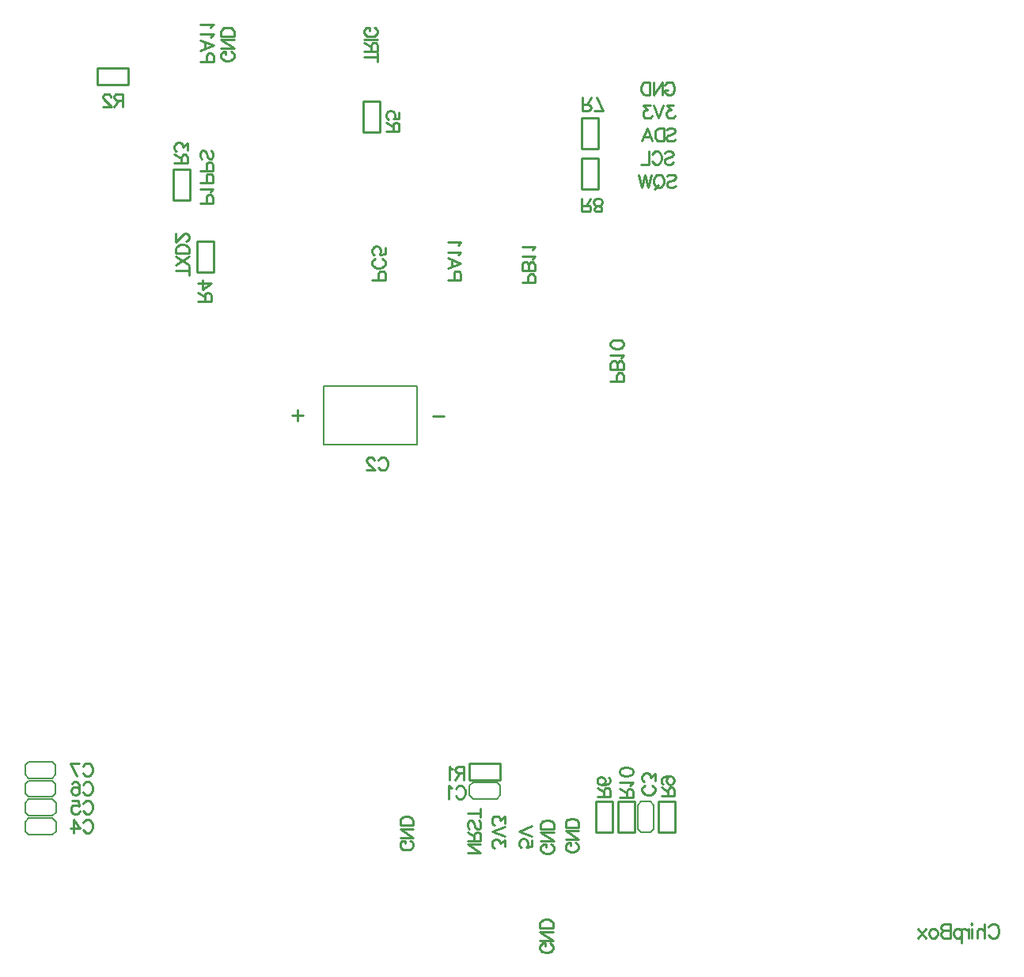
<source format=gbo>
G04*
G04 #@! TF.GenerationSoftware,Altium Limited,Altium Designer,21.0.9 (235)*
G04*
G04 Layer_Color=32896*
%FSLAX25Y25*%
%MOIN*%
G70*
G04*
G04 #@! TF.SameCoordinates,A9EE82D5-5453-4621-884F-38B111DD7A68*
G04*
G04*
G04 #@! TF.FilePolarity,Positive*
G04*
G01*
G75*
%ADD10C,0.00984*%
%ADD11C,0.00787*%
%ADD13C,0.00512*%
%ADD16C,0.01000*%
D10*
X677304Y341904D02*
Y354896D01*
X670296Y341904D02*
X677304D01*
X670296D02*
Y354896D01*
X677304D01*
X637907Y613051D02*
X644915D01*
Y626043D01*
X637907D02*
X644915D01*
X637907Y613051D02*
Y626043D01*
X644745Y630058D02*
Y643051D01*
X637737Y630058D02*
X644745D01*
X637737D02*
Y643051D01*
X644745D01*
X545974Y649788D02*
X552982D01*
X545974Y636796D02*
Y649788D01*
Y636796D02*
X552982D01*
Y649788D01*
X475985Y578030D02*
Y591022D01*
X482993D01*
Y578030D02*
Y591022D01*
X475985Y578030D02*
X482993D01*
X465975Y621315D02*
X472982D01*
X465975Y608323D02*
Y621315D01*
Y608323D02*
X472982D01*
Y621315D01*
X433884Y656876D02*
X446876D01*
X433884D02*
Y663884D01*
X446876D01*
Y656876D02*
Y663884D01*
X643996Y354896D02*
X651004D01*
X643996Y341904D02*
Y354896D01*
Y341904D02*
X651004D01*
Y354896D01*
X660204Y341804D02*
Y354796D01*
X653196Y341804D02*
X660204D01*
X653196D02*
Y354796D01*
X660204D01*
X590635Y363895D02*
Y370903D01*
Y363895D02*
X603627D01*
Y370903D01*
X590635D02*
X603627D01*
D11*
X529192Y505150D02*
X568562D01*
Y529953D01*
X529192D02*
X568562D01*
X529192Y505150D02*
Y529953D01*
D13*
X403385Y366153D02*
X404881Y364657D01*
X403385Y366153D02*
Y370091D01*
X404881Y364657D02*
X414803D01*
X403385Y370091D02*
X404881Y371587D01*
X414803D01*
Y364657D02*
X416299Y366153D01*
Y370091D01*
X414803Y371587D02*
X416299Y370091D01*
X661390Y353280D02*
X662886Y354776D01*
X666824D01*
X661390Y343358D02*
Y353280D01*
X666824Y354776D02*
X668320Y353280D01*
Y343358D02*
Y353280D01*
X661390Y343358D02*
X662886Y341862D01*
X666824D01*
X668320Y343358D01*
X414900Y347786D02*
X416396Y346290D01*
Y342353D02*
Y346290D01*
X414900Y340857D02*
X416396Y342353D01*
X404978Y347786D02*
X414900D01*
X403481Y346290D02*
X404978Y347786D01*
Y340857D02*
X414900D01*
X403481Y342353D02*
Y346290D01*
Y342353D02*
X404978Y340857D01*
X403385Y358261D02*
X404881Y356766D01*
X403385Y358261D02*
Y362199D01*
X404881Y356766D02*
X414803D01*
X403385Y362199D02*
X404881Y363695D01*
X414803D01*
Y356766D02*
X416299Y358261D01*
Y362199D01*
X414803Y363695D02*
X416299Y362199D01*
X414899Y355788D02*
X416395Y354292D01*
Y350354D02*
Y354292D01*
X414899Y348858D02*
X416395Y350354D01*
X404977Y355788D02*
X414899D01*
X403481Y354292D02*
X404977Y355788D01*
Y348858D02*
X414899D01*
X403481Y350354D02*
Y354292D01*
Y350354D02*
X404977Y348858D01*
X602092Y362938D02*
X603588Y361442D01*
Y357504D02*
Y361442D01*
X602092Y356008D02*
X603588Y357504D01*
X592170Y362938D02*
X602092D01*
X590674Y361442D02*
X592170Y362938D01*
Y356008D02*
X602092D01*
X590674Y357504D02*
Y361442D01*
Y357504D02*
X592170Y356008D01*
D16*
X809315Y301870D02*
X809601Y302441D01*
X810172Y303013D01*
X810744Y303298D01*
X811886D01*
X812457Y303013D01*
X813029Y302441D01*
X813314Y301870D01*
X813600Y301013D01*
Y299585D01*
X813314Y298728D01*
X813029Y298156D01*
X812457Y297585D01*
X811886Y297300D01*
X810744D01*
X810172Y297585D01*
X809601Y298156D01*
X809315Y298728D01*
X807630Y303298D02*
Y297300D01*
Y300156D02*
X806773Y301013D01*
X806202Y301299D01*
X805345D01*
X804773Y301013D01*
X804488Y300156D01*
Y297300D01*
X802345Y303298D02*
X802060Y303013D01*
X801774Y303298D01*
X802060Y303584D01*
X802345Y303298D01*
X802060Y301299D02*
Y297300D01*
X800717Y301299D02*
Y297300D01*
Y299585D02*
X800431Y300442D01*
X799860Y301013D01*
X799289Y301299D01*
X798432D01*
X797889D02*
Y295300D01*
Y300442D02*
X797318Y301013D01*
X796746Y301299D01*
X795890D01*
X795318Y301013D01*
X794747Y300442D01*
X794461Y299585D01*
Y299013D01*
X794747Y298156D01*
X795318Y297585D01*
X795890Y297300D01*
X796746D01*
X797318Y297585D01*
X797889Y298156D01*
X793176Y303298D02*
Y297300D01*
Y303298D02*
X790605D01*
X789748Y303013D01*
X789462Y302727D01*
X789177Y302156D01*
Y301584D01*
X789462Y301013D01*
X789748Y300727D01*
X790605Y300442D01*
X793176D02*
X790605D01*
X789748Y300156D01*
X789462Y299870D01*
X789177Y299299D01*
Y298442D01*
X789462Y297871D01*
X789748Y297585D01*
X790605Y297300D01*
X793176D01*
X786406Y301299D02*
X786977Y301013D01*
X787548Y300442D01*
X787834Y299585D01*
Y299013D01*
X787548Y298156D01*
X786977Y297585D01*
X786406Y297300D01*
X785549D01*
X784977Y297585D01*
X784406Y298156D01*
X784121Y299013D01*
Y299585D01*
X784406Y300442D01*
X784977Y301013D01*
X785549Y301299D01*
X786406D01*
X782807D02*
X779664Y297300D01*
Y301299D02*
X782807Y297300D01*
X624490Y295128D02*
X625013Y294866D01*
X625537Y294342D01*
X625799Y293818D01*
Y292771D01*
X625537Y292247D01*
X625013Y291724D01*
X624490Y291462D01*
X623704Y291200D01*
X622395D01*
X621609Y291462D01*
X621086Y291724D01*
X620562Y292247D01*
X620300Y292771D01*
Y293818D01*
X620562Y294342D01*
X621086Y294866D01*
X621609Y295128D01*
X622395D01*
Y293818D02*
Y295128D01*
X625799Y296385D02*
X620300D01*
X625799D02*
X620300Y300050D01*
X625799D02*
X620300D01*
X625799Y301569D02*
X620300D01*
X625799D02*
Y303402D01*
X625537Y304188D01*
X625013Y304711D01*
X624490Y304973D01*
X623704Y305235D01*
X622395D01*
X621609Y304973D01*
X621086Y304711D01*
X620562Y304188D01*
X620300Y303402D01*
Y301569D01*
X565556Y338384D02*
X566079Y338122D01*
X566603Y337598D01*
X566865Y337074D01*
Y336027D01*
X566603Y335503D01*
X566079Y334980D01*
X565556Y334718D01*
X564770Y334456D01*
X563461D01*
X562675Y334718D01*
X562152Y334980D01*
X561628Y335503D01*
X561366Y336027D01*
Y337074D01*
X561628Y337598D01*
X562152Y338122D01*
X562675Y338384D01*
X563461D01*
Y337074D02*
Y338384D01*
X566865Y339640D02*
X561366D01*
X566865D02*
X561366Y343306D01*
X566865D02*
X561366D01*
X566865Y344825D02*
X561366D01*
X566865D02*
Y346658D01*
X566603Y347444D01*
X566079Y347967D01*
X565556Y348229D01*
X564770Y348491D01*
X563461D01*
X562675Y348229D01*
X562152Y347967D01*
X561628Y347444D01*
X561366Y346658D01*
Y344825D01*
X624856Y336883D02*
X625379Y336622D01*
X625903Y336098D01*
X626165Y335574D01*
Y334527D01*
X625903Y334003D01*
X625379Y333479D01*
X624856Y333218D01*
X624070Y332956D01*
X622761D01*
X621975Y333218D01*
X621452Y333479D01*
X620928Y334003D01*
X620666Y334527D01*
Y335574D01*
X620928Y336098D01*
X621452Y336622D01*
X621975Y336883D01*
X622761D01*
Y335574D02*
Y336883D01*
X626165Y338140D02*
X620666D01*
X626165D02*
X620666Y341806D01*
X626165D02*
X620666D01*
X626165Y343325D02*
X620666D01*
X626165D02*
Y345158D01*
X625903Y345943D01*
X625379Y346467D01*
X624856Y346729D01*
X624070Y346991D01*
X622761D01*
X621975Y346729D01*
X621452Y346467D01*
X620928Y345943D01*
X620666Y345158D01*
Y343325D01*
X635256Y337484D02*
X635779Y337222D01*
X636303Y336698D01*
X636565Y336174D01*
Y335127D01*
X636303Y334603D01*
X635779Y334080D01*
X635256Y333818D01*
X634470Y333556D01*
X633161D01*
X632375Y333818D01*
X631852Y334080D01*
X631328Y334603D01*
X631066Y335127D01*
Y336174D01*
X631328Y336698D01*
X631852Y337222D01*
X632375Y337484D01*
X633161D01*
Y336174D02*
Y337484D01*
X636565Y338740D02*
X631066D01*
X636565D02*
X631066Y342406D01*
X636565D02*
X631066D01*
X636565Y343925D02*
X631066D01*
X636565D02*
Y345758D01*
X636303Y346544D01*
X635779Y347067D01*
X635256Y347329D01*
X634470Y347591D01*
X633161D01*
X632375Y347329D01*
X631852Y347067D01*
X631328Y346544D01*
X631066Y345758D01*
Y343925D01*
X616999Y338542D02*
Y335924D01*
X614642Y335662D01*
X614904Y335924D01*
X615166Y336709D01*
Y337495D01*
X614904Y338280D01*
X614380Y338804D01*
X613595Y339066D01*
X613071D01*
X612286Y338804D01*
X611762Y338280D01*
X611500Y337495D01*
Y336709D01*
X611762Y335924D01*
X612024Y335662D01*
X612547Y335400D01*
X616999Y340297D02*
X611500Y342391D01*
X616999Y344486D02*
X611500Y342391D01*
X605522Y335766D02*
Y338647D01*
X603427Y337075D01*
Y337861D01*
X603165Y338385D01*
X602903Y338647D01*
X602118Y338908D01*
X601594D01*
X600808Y338647D01*
X600285Y338123D01*
X600023Y337337D01*
Y336552D01*
X600285Y335766D01*
X600547Y335504D01*
X601070Y335243D01*
X605522Y340139D02*
X600023Y342234D01*
X605522Y344329D02*
X600023Y342234D01*
X605522Y345559D02*
Y348440D01*
X603427Y346869D01*
Y347654D01*
X603165Y348178D01*
X602903Y348440D01*
X602118Y348702D01*
X601594D01*
X600808Y348440D01*
X600285Y347916D01*
X600023Y347130D01*
Y346345D01*
X600285Y345559D01*
X600547Y345298D01*
X601070Y345036D01*
X595299Y333100D02*
X589800D01*
X595299D02*
X589800Y336766D01*
X595299D02*
X589800D01*
X595299Y338285D02*
X589800D01*
X595299D02*
Y340641D01*
X595037Y341427D01*
X594775Y341689D01*
X594251Y341950D01*
X593728D01*
X593204Y341689D01*
X592942Y341427D01*
X592680Y340641D01*
Y338285D01*
Y340118D02*
X589800Y341950D01*
X594513Y346847D02*
X595037Y346323D01*
X595299Y345538D01*
Y344490D01*
X595037Y343705D01*
X594513Y343181D01*
X593990D01*
X593466Y343443D01*
X593204Y343705D01*
X592942Y344229D01*
X592418Y345800D01*
X592157Y346323D01*
X591895Y346585D01*
X591371Y346847D01*
X590586D01*
X590062Y346323D01*
X589800Y345538D01*
Y344490D01*
X590062Y343705D01*
X590586Y343181D01*
X595299Y349911D02*
X589800D01*
X595299Y348078D02*
Y351744D01*
X652619Y531900D02*
Y534257D01*
X652880Y535042D01*
X653142Y535304D01*
X653666Y535566D01*
X654451D01*
X654975Y535304D01*
X655237Y535042D01*
X655499Y534257D01*
Y531900D01*
X650000D01*
X655499Y536797D02*
X650000D01*
X655499D02*
Y539153D01*
X655237Y539939D01*
X654975Y540201D01*
X654451Y540462D01*
X653928D01*
X653404Y540201D01*
X653142Y539939D01*
X652880Y539153D01*
Y536797D02*
Y539153D01*
X652619Y539939D01*
X652357Y540201D01*
X651833Y540462D01*
X651047D01*
X650524Y540201D01*
X650262Y539939D01*
X650000Y539153D01*
Y536797D01*
X654451Y541693D02*
X654713Y542217D01*
X655499Y543002D01*
X650000D01*
X655499Y547297D02*
X655237Y546511D01*
X654451Y545988D01*
X653142Y545726D01*
X652357D01*
X651047Y545988D01*
X650262Y546511D01*
X650000Y547297D01*
Y547820D01*
X650262Y548606D01*
X651047Y549130D01*
X652357Y549392D01*
X653142D01*
X654451Y549130D01*
X655237Y548606D01*
X655499Y547820D01*
Y547297D01*
X615308Y573523D02*
Y575879D01*
X615569Y576665D01*
X615831Y576927D01*
X616355Y577188D01*
X617141D01*
X617664Y576927D01*
X617926Y576665D01*
X618188Y575879D01*
Y573523D01*
X612689D01*
X618188Y578419D02*
X612689D01*
X618188D02*
Y580776D01*
X617926Y581561D01*
X617664Y581823D01*
X617141Y582085D01*
X616617D01*
X616093Y581823D01*
X615831Y581561D01*
X615569Y580776D01*
Y578419D02*
Y580776D01*
X615308Y581561D01*
X615046Y581823D01*
X614522Y582085D01*
X613737D01*
X613213Y581823D01*
X612951Y581561D01*
X612689Y580776D01*
Y578419D01*
X617141Y583316D02*
X617403Y583839D01*
X618188Y584625D01*
X612689D01*
X617141Y587348D02*
X617403Y587872D01*
X618188Y588657D01*
X612689D01*
X584019Y574700D02*
Y577057D01*
X584280Y577842D01*
X584542Y578104D01*
X585066Y578366D01*
X585851D01*
X586375Y578104D01*
X586637Y577842D01*
X586899Y577057D01*
Y574700D01*
X581400D01*
Y583786D02*
X586899Y581691D01*
X581400Y579597D01*
X583233Y580382D02*
Y583001D01*
X585851Y585069D02*
X586113Y585593D01*
X586899Y586378D01*
X581400D01*
X585851Y589102D02*
X586113Y589625D01*
X586899Y590411D01*
X581400D01*
X552208Y574723D02*
Y577079D01*
X552469Y577865D01*
X552731Y578127D01*
X553255Y578389D01*
X554041D01*
X554564Y578127D01*
X554826Y577865D01*
X555088Y577079D01*
Y574723D01*
X549589D01*
X553779Y583547D02*
X554303Y583285D01*
X554826Y582761D01*
X555088Y582238D01*
Y581190D01*
X554826Y580667D01*
X554303Y580143D01*
X553779Y579881D01*
X552993Y579619D01*
X551684D01*
X550898Y579881D01*
X550375Y580143D01*
X549851Y580667D01*
X549589Y581190D01*
Y582238D01*
X549851Y582761D01*
X550375Y583285D01*
X550898Y583547D01*
X555088Y588234D02*
Y585615D01*
X552731Y585354D01*
X552993Y585615D01*
X553255Y586401D01*
Y587187D01*
X552993Y587972D01*
X552469Y588496D01*
X551684Y588758D01*
X551160D01*
X550375Y588496D01*
X549851Y587972D01*
X549589Y587187D01*
Y586401D01*
X549851Y585615D01*
X550113Y585354D01*
X550637Y585092D01*
X472399Y578433D02*
X466900D01*
X472399Y576600D02*
Y580266D01*
Y580921D02*
X466900Y584586D01*
X472399D02*
X466900Y580921D01*
X472399Y585817D02*
X466900D01*
X472399D02*
Y587650D01*
X472137Y588436D01*
X471613Y588959D01*
X471090Y589221D01*
X470304Y589483D01*
X468995D01*
X468209Y589221D01*
X467686Y588959D01*
X467162Y588436D01*
X466900Y587650D01*
Y585817D01*
X471090Y590976D02*
X471351D01*
X471875Y591237D01*
X472137Y591499D01*
X472399Y592023D01*
Y593070D01*
X472137Y593594D01*
X471875Y593856D01*
X471351Y594118D01*
X470828D01*
X470304Y593856D01*
X469519Y593332D01*
X466900Y590714D01*
Y594380D01*
X479718Y606800D02*
Y609157D01*
X479980Y609942D01*
X480242Y610204D01*
X480766Y610466D01*
X481551D01*
X482075Y610204D01*
X482337Y609942D01*
X482599Y609157D01*
Y606800D01*
X477100D01*
X481551Y611697D02*
X481813Y612220D01*
X482599Y613006D01*
X477100D01*
X479718Y615729D02*
Y618086D01*
X479980Y618871D01*
X480242Y619133D01*
X480766Y619395D01*
X481551D01*
X482075Y619133D01*
X482337Y618871D01*
X482599Y618086D01*
Y615729D01*
X477100D01*
X479718Y620626D02*
Y622982D01*
X479980Y623768D01*
X480242Y624030D01*
X480766Y624292D01*
X481551D01*
X482075Y624030D01*
X482337Y623768D01*
X482599Y622982D01*
Y620626D01*
X477100D01*
X481813Y629188D02*
X482337Y628664D01*
X482599Y627879D01*
Y626831D01*
X482337Y626046D01*
X481813Y625522D01*
X481290D01*
X480766Y625784D01*
X480504Y626046D01*
X480242Y626570D01*
X479718Y628141D01*
X479457Y628664D01*
X479195Y628926D01*
X478671Y629188D01*
X477885D01*
X477362Y628664D01*
X477100Y627879D01*
Y626831D01*
X477362Y626046D01*
X477885Y625522D01*
X479818Y666500D02*
Y668857D01*
X480080Y669642D01*
X480342Y669904D01*
X480866Y670166D01*
X481651D01*
X482175Y669904D01*
X482437Y669642D01*
X482699Y668857D01*
Y666500D01*
X477200D01*
Y675586D02*
X482699Y673491D01*
X477200Y671397D01*
X479033Y672182D02*
Y674801D01*
X481651Y676869D02*
X481913Y677393D01*
X482699Y678178D01*
X477200D01*
X481651Y680902D02*
X481913Y681425D01*
X482699Y682211D01*
X477200D01*
X490090Y670928D02*
X490613Y670666D01*
X491137Y670142D01*
X491399Y669619D01*
Y668571D01*
X491137Y668047D01*
X490613Y667524D01*
X490090Y667262D01*
X489304Y667000D01*
X487995D01*
X487209Y667262D01*
X486686Y667524D01*
X486162Y668047D01*
X485900Y668571D01*
Y669619D01*
X486162Y670142D01*
X486686Y670666D01*
X487209Y670928D01*
X487995D01*
Y669619D02*
Y670928D01*
X491399Y672185D02*
X485900D01*
X491399D02*
X485900Y675850D01*
X491399D02*
X485900D01*
X491399Y677369D02*
X485900D01*
X491399D02*
Y679202D01*
X491137Y679988D01*
X490613Y680511D01*
X490090Y680773D01*
X489304Y681035D01*
X487995D01*
X487209Y680773D01*
X486686Y680511D01*
X486162Y679988D01*
X485900Y679202D01*
Y677369D01*
X551799Y668533D02*
X546300D01*
X551799Y666700D02*
Y670366D01*
Y671021D02*
X546300D01*
X551799D02*
Y673377D01*
X551537Y674163D01*
X551275Y674425D01*
X550751Y674686D01*
X550228D01*
X549704Y674425D01*
X549442Y674163D01*
X549180Y673377D01*
Y671021D01*
Y672853D02*
X546300Y674686D01*
X551799Y675917D02*
X546300D01*
X550490Y680997D02*
X551013Y680735D01*
X551537Y680211D01*
X551799Y679688D01*
Y678640D01*
X551537Y678117D01*
X551013Y677593D01*
X550490Y677331D01*
X549704Y677069D01*
X548395D01*
X547609Y677331D01*
X547086Y677593D01*
X546562Y678117D01*
X546300Y678640D01*
Y679688D01*
X546562Y680211D01*
X547086Y680735D01*
X547609Y680997D01*
X548395D01*
Y679688D02*
Y680997D01*
X672972Y656690D02*
X673234Y657213D01*
X673758Y657737D01*
X674282Y657999D01*
X675329D01*
X675853Y657737D01*
X676376Y657213D01*
X676638Y656690D01*
X676900Y655904D01*
Y654595D01*
X676638Y653809D01*
X676376Y653286D01*
X675853Y652762D01*
X675329Y652500D01*
X674282D01*
X673758Y652762D01*
X673234Y653286D01*
X672972Y653809D01*
Y654595D01*
X674282D02*
X672972D01*
X671715Y657999D02*
Y652500D01*
Y657999D02*
X668049Y652500D01*
Y657999D02*
Y652500D01*
X666531Y657999D02*
Y652500D01*
Y657999D02*
X664698D01*
X663912Y657737D01*
X663389Y657213D01*
X663127Y656690D01*
X662865Y655904D01*
Y654595D01*
X663127Y653809D01*
X663389Y653286D01*
X663912Y652762D01*
X664698Y652500D01*
X666531D01*
X676676Y648299D02*
X673796D01*
X675367Y646204D01*
X674581D01*
X674058Y645942D01*
X673796Y645680D01*
X673534Y644895D01*
Y644371D01*
X673796Y643585D01*
X674320Y643062D01*
X675105Y642800D01*
X675891D01*
X676676Y643062D01*
X676938Y643324D01*
X677200Y643847D01*
X672303Y648299D02*
X670209Y642800D01*
X668114Y648299D02*
X670209Y642800D01*
X666883Y648299D02*
X664003D01*
X665574Y646204D01*
X664788D01*
X664265Y645942D01*
X664003Y645680D01*
X663741Y644895D01*
Y644371D01*
X664003Y643585D01*
X664527Y643062D01*
X665312Y642800D01*
X666098D01*
X666883Y643062D01*
X667145Y643324D01*
X667407Y643847D01*
X673649Y637812D02*
X674173Y638336D01*
X674959Y638597D01*
X676006D01*
X676791Y638336D01*
X677315Y637812D01*
Y637288D01*
X677053Y636764D01*
X676791Y636503D01*
X676268Y636241D01*
X674697Y635717D01*
X674173Y635455D01*
X673911Y635193D01*
X673649Y634670D01*
Y633884D01*
X674173Y633360D01*
X674959Y633099D01*
X676006D01*
X676791Y633360D01*
X677315Y633884D01*
X672418Y638597D02*
Y633099D01*
Y638597D02*
X670586D01*
X669800Y638336D01*
X669276Y637812D01*
X669015Y637288D01*
X668753Y636503D01*
Y635193D01*
X669015Y634408D01*
X669276Y633884D01*
X669800Y633360D01*
X670586Y633099D01*
X672418D01*
X663332D02*
X665427Y638597D01*
X667522Y633099D01*
X666736Y634932D02*
X664118D01*
X672740Y628030D02*
X673264Y628553D01*
X674050Y628815D01*
X675097D01*
X675882Y628553D01*
X676406Y628030D01*
Y627506D01*
X676144Y626982D01*
X675882Y626721D01*
X675359Y626459D01*
X673788Y625935D01*
X673264Y625673D01*
X673002Y625411D01*
X672740Y624888D01*
Y624102D01*
X673264Y623578D01*
X674050Y623316D01*
X675097D01*
X675882Y623578D01*
X676406Y624102D01*
X667582Y627506D02*
X667844Y628030D01*
X668367Y628553D01*
X668891Y628815D01*
X669939D01*
X670462Y628553D01*
X670986Y628030D01*
X671248Y627506D01*
X671510Y626721D01*
Y625411D01*
X671248Y624626D01*
X670986Y624102D01*
X670462Y623578D01*
X669939Y623316D01*
X668891D01*
X668367Y623578D01*
X667844Y624102D01*
X667582Y624626D01*
X666037Y628815D02*
Y623316D01*
X662895D01*
X673734Y618237D02*
X674258Y618761D01*
X675043Y619023D01*
X676091D01*
X676876Y618761D01*
X677400Y618237D01*
Y617713D01*
X677138Y617190D01*
X676876Y616928D01*
X676353Y616666D01*
X674782Y616142D01*
X674258Y615880D01*
X673996Y615619D01*
X673734Y615095D01*
Y614309D01*
X674258Y613786D01*
X675043Y613524D01*
X676091D01*
X676876Y613786D01*
X677400Y614309D01*
X670932Y619023D02*
X671456Y618761D01*
X671980Y618237D01*
X672242Y617713D01*
X672503Y616928D01*
Y615619D01*
X672242Y614833D01*
X671980Y614309D01*
X671456Y613786D01*
X670932Y613524D01*
X669885D01*
X669361Y613786D01*
X668838Y614309D01*
X668576Y614833D01*
X668314Y615619D01*
Y616928D01*
X668576Y617713D01*
X668838Y618237D01*
X669361Y618761D01*
X669885Y619023D01*
X670932D01*
X670147Y614571D02*
X668576Y613000D01*
X667031Y619023D02*
X665722Y613524D01*
X664412Y619023D02*
X665722Y613524D01*
X664412Y619023D02*
X663103Y613524D01*
X661794Y619023D02*
X663103Y613524D01*
X518319Y519846D02*
Y515133D01*
X520676Y517490D02*
X515962D01*
X580000Y517300D02*
X575287D01*
X427831Y369692D02*
X428092Y370215D01*
X428616Y370739D01*
X429140Y371001D01*
X430187D01*
X430711Y370739D01*
X431235Y370215D01*
X431497Y369692D01*
X431758Y368906D01*
Y367597D01*
X431497Y366811D01*
X431235Y366288D01*
X430711Y365764D01*
X430187Y365502D01*
X429140D01*
X428616Y365764D01*
X428092Y366288D01*
X427831Y366811D01*
X422620Y371001D02*
X425238Y365502D01*
X426286Y371001D02*
X422620D01*
X667490Y361628D02*
X668013Y361366D01*
X668537Y360842D01*
X668799Y360318D01*
Y359271D01*
X668537Y358747D01*
X668013Y358224D01*
X667490Y357962D01*
X666704Y357700D01*
X665395D01*
X664609Y357962D01*
X664085Y358224D01*
X663562Y358747D01*
X663300Y359271D01*
Y360318D01*
X663562Y360842D01*
X664085Y361366D01*
X664609Y361628D01*
X668799Y363696D02*
Y366577D01*
X666704Y365006D01*
Y365791D01*
X666442Y366315D01*
X666180Y366577D01*
X665395Y366839D01*
X664871D01*
X664085Y366577D01*
X663562Y366053D01*
X663300Y365267D01*
Y364482D01*
X663562Y363696D01*
X663824Y363435D01*
X664347Y363173D01*
X427927Y345891D02*
X428189Y346415D01*
X428713Y346938D01*
X429237Y347200D01*
X430284D01*
X430808Y346938D01*
X431331Y346415D01*
X431593Y345891D01*
X431855Y345105D01*
Y343796D01*
X431593Y343010D01*
X431331Y342487D01*
X430808Y341963D01*
X430284Y341701D01*
X429237D01*
X428713Y341963D01*
X428189Y342487D01*
X427927Y343010D01*
X423764Y347200D02*
X426382Y343534D01*
X422455D01*
X423764Y347200D02*
Y341701D01*
X427831Y361800D02*
X428093Y362323D01*
X428617Y362847D01*
X429140Y363109D01*
X430188D01*
X430711Y362847D01*
X431235Y362323D01*
X431497Y361800D01*
X431759Y361014D01*
Y359705D01*
X431497Y358919D01*
X431235Y358396D01*
X430711Y357872D01*
X430188Y357610D01*
X429140D01*
X428617Y357872D01*
X428093Y358396D01*
X427831Y358919D01*
X423144Y362323D02*
X423406Y362847D01*
X424191Y363109D01*
X424715D01*
X425501Y362847D01*
X426024Y362062D01*
X426286Y360752D01*
Y359443D01*
X426024Y358396D01*
X425501Y357872D01*
X424715Y357610D01*
X424453D01*
X423668Y357872D01*
X423144Y358396D01*
X422882Y359181D01*
Y359443D01*
X423144Y360229D01*
X423668Y360752D01*
X424453Y361014D01*
X424715D01*
X425501Y360752D01*
X426024Y360229D01*
X426286Y359443D01*
X427927Y353892D02*
X428189Y354416D01*
X428713Y354940D01*
X429236Y355202D01*
X430284D01*
X430807Y354940D01*
X431331Y354416D01*
X431593Y353892D01*
X431855Y353107D01*
Y351798D01*
X431593Y351012D01*
X431331Y350488D01*
X430807Y349965D01*
X430284Y349703D01*
X429236D01*
X428713Y349965D01*
X428189Y350488D01*
X427927Y351012D01*
X423240Y355202D02*
X425858D01*
X426120Y352845D01*
X425858Y353107D01*
X425073Y353369D01*
X424287D01*
X423502Y353107D01*
X422978Y352583D01*
X422716Y351798D01*
Y351274D01*
X422978Y350488D01*
X423502Y349965D01*
X424287Y349703D01*
X425073D01*
X425858Y349965D01*
X426120Y350227D01*
X426382Y350750D01*
X584872Y360190D02*
X585134Y360713D01*
X585658Y361237D01*
X586181Y361499D01*
X587229D01*
X587753Y361237D01*
X588276Y360713D01*
X588538Y360190D01*
X588800Y359404D01*
Y358095D01*
X588538Y357309D01*
X588276Y356786D01*
X587753Y356262D01*
X587229Y356000D01*
X586181D01*
X585658Y356262D01*
X585134Y356786D01*
X584872Y357309D01*
X583327Y360451D02*
X582804Y360713D01*
X582018Y361499D01*
Y356000D01*
X588300Y369499D02*
Y364000D01*
Y369499D02*
X585943D01*
X585158Y369237D01*
X584896Y368975D01*
X584634Y368451D01*
Y367928D01*
X584896Y367404D01*
X585158Y367142D01*
X585943Y366880D01*
X588300D01*
X586467D02*
X584634Y364000D01*
X583403Y368451D02*
X582880Y368713D01*
X582094Y369499D01*
Y364000D01*
X659399Y356600D02*
X653900D01*
X659399D02*
Y358957D01*
X659137Y359742D01*
X658875Y360004D01*
X658351Y360266D01*
X657828D01*
X657304Y360004D01*
X657042Y359742D01*
X656780Y358957D01*
Y356600D01*
Y358433D02*
X653900Y360266D01*
X658351Y361497D02*
X658613Y362020D01*
X659399Y362806D01*
X653900D01*
X659399Y367100D02*
X659137Y366315D01*
X658351Y365791D01*
X657042Y365529D01*
X656257D01*
X654947Y365791D01*
X654162Y366315D01*
X653900Y367100D01*
Y367624D01*
X654162Y368409D01*
X654947Y368933D01*
X656257Y369195D01*
X657042D01*
X658351Y368933D01*
X659137Y368409D01*
X659399Y367624D01*
Y367100D01*
X649899Y357000D02*
X644400D01*
X649899D02*
Y359357D01*
X649637Y360142D01*
X649375Y360404D01*
X648851Y360666D01*
X648328D01*
X647804Y360404D01*
X647542Y360142D01*
X647280Y359357D01*
Y357000D01*
Y358833D02*
X644400Y360666D01*
X649113Y365039D02*
X649637Y364777D01*
X649899Y363991D01*
Y363468D01*
X649637Y362682D01*
X648851Y362158D01*
X647542Y361897D01*
X646233D01*
X645186Y362158D01*
X644662Y362682D01*
X644400Y363468D01*
Y363730D01*
X644662Y364515D01*
X645186Y365039D01*
X645971Y365301D01*
X646233D01*
X647018Y365039D01*
X647542Y364515D01*
X647804Y363730D01*
Y363468D01*
X647542Y362682D01*
X647018Y362158D01*
X646233Y361897D01*
X444600Y652999D02*
Y647500D01*
Y652999D02*
X442243D01*
X441458Y652737D01*
X441196Y652475D01*
X440934Y651951D01*
Y651428D01*
X441196Y650904D01*
X441458Y650642D01*
X442243Y650380D01*
X444600D01*
X442767D02*
X440934Y647500D01*
X439442Y651690D02*
Y651951D01*
X439180Y652475D01*
X438918Y652737D01*
X438394Y652999D01*
X437347D01*
X436823Y652737D01*
X436561Y652475D01*
X436299Y651951D01*
Y651428D01*
X436561Y650904D01*
X437085Y650118D01*
X439703Y647500D01*
X436038D01*
X471799Y623900D02*
X466300D01*
X471799D02*
Y626257D01*
X471537Y627042D01*
X471275Y627304D01*
X470751Y627566D01*
X470228D01*
X469704Y627304D01*
X469442Y627042D01*
X469180Y626257D01*
Y623900D01*
Y625733D02*
X466300Y627566D01*
X471799Y629320D02*
Y632201D01*
X469704Y630629D01*
Y631415D01*
X469442Y631939D01*
X469180Y632201D01*
X468395Y632462D01*
X467871D01*
X467086Y632201D01*
X466562Y631677D01*
X466300Y630891D01*
Y630106D01*
X466562Y629320D01*
X466824Y629058D01*
X467347Y628797D01*
X481699Y565600D02*
X476200D01*
X481699D02*
Y567957D01*
X481437Y568742D01*
X481175Y569004D01*
X480651Y569266D01*
X480128D01*
X479604Y569004D01*
X479342Y568742D01*
X479080Y567957D01*
Y565600D01*
Y567433D02*
X476200Y569266D01*
X481699Y573115D02*
X478033Y570497D01*
Y574424D01*
X481699Y573115D02*
X476200D01*
X560999Y637300D02*
X555500D01*
X560999D02*
Y639657D01*
X560737Y640442D01*
X560475Y640704D01*
X559951Y640966D01*
X559428D01*
X558904Y640704D01*
X558642Y640442D01*
X558380Y639657D01*
Y637300D01*
Y639133D02*
X555500Y640966D01*
X560999Y645339D02*
Y642720D01*
X558642Y642458D01*
X558904Y642720D01*
X559166Y643506D01*
Y644291D01*
X558904Y645077D01*
X558380Y645601D01*
X557595Y645862D01*
X557071D01*
X556285Y645601D01*
X555762Y645077D01*
X555500Y644291D01*
Y643506D01*
X555762Y642720D01*
X556024Y642458D01*
X556547Y642197D01*
X638200Y645901D02*
Y651400D01*
Y645901D02*
X640557D01*
X641342Y646163D01*
X641604Y646425D01*
X641866Y646949D01*
Y647472D01*
X641604Y647996D01*
X641342Y648258D01*
X640557Y648520D01*
X638200D01*
X640033D02*
X641866Y651400D01*
X646762Y645901D02*
X644144Y651400D01*
X643097Y645901D02*
X646762D01*
X638000Y603401D02*
Y608900D01*
Y603401D02*
X640357D01*
X641142Y603663D01*
X641404Y603925D01*
X641666Y604449D01*
Y604972D01*
X641404Y605496D01*
X641142Y605758D01*
X640357Y606020D01*
X638000D01*
X639833D02*
X641666Y608900D01*
X644206Y603401D02*
X643420Y603663D01*
X643158Y604187D01*
Y604710D01*
X643420Y605234D01*
X643944Y605496D01*
X644991Y605758D01*
X645777Y606020D01*
X646301Y606543D01*
X646562Y607067D01*
Y607853D01*
X646301Y608376D01*
X646039Y608638D01*
X645253Y608900D01*
X644206D01*
X643420Y608638D01*
X643158Y608376D01*
X642897Y607853D01*
Y607067D01*
X643158Y606543D01*
X643682Y606020D01*
X644468Y605758D01*
X645515Y605496D01*
X646039Y605234D01*
X646301Y604710D01*
Y604187D01*
X646039Y603663D01*
X645253Y603401D01*
X644206D01*
X676899Y357100D02*
X671400D01*
X676899D02*
Y359457D01*
X676637Y360242D01*
X676375Y360504D01*
X675851Y360766D01*
X675328D01*
X674804Y360504D01*
X674542Y360242D01*
X674280Y359457D01*
Y357100D01*
Y358933D02*
X671400Y360766D01*
X675066Y365401D02*
X674280Y365139D01*
X673757Y364615D01*
X673495Y363829D01*
Y363568D01*
X673757Y362782D01*
X674280Y362258D01*
X675066Y361997D01*
X675328D01*
X676113Y362258D01*
X676637Y362782D01*
X676899Y363568D01*
Y363829D01*
X676637Y364615D01*
X676113Y365139D01*
X675066Y365401D01*
X673757D01*
X672447Y365139D01*
X671662Y364615D01*
X671400Y363829D01*
Y363306D01*
X671662Y362520D01*
X672186Y362258D01*
X552235Y498611D02*
X552497Y499134D01*
X553021Y499658D01*
X553545Y499920D01*
X554592D01*
X555116Y499658D01*
X555639Y499134D01*
X555901Y498611D01*
X556163Y497825D01*
Y496516D01*
X555901Y495730D01*
X555639Y495207D01*
X555116Y494683D01*
X554592Y494421D01*
X553545D01*
X553021Y494683D01*
X552497Y495207D01*
X552235Y495730D01*
X550429Y498611D02*
Y498873D01*
X550167Y499396D01*
X549905Y499658D01*
X549381Y499920D01*
X548334D01*
X547810Y499658D01*
X547548Y499396D01*
X547286Y498873D01*
Y498349D01*
X547548Y497825D01*
X548072Y497040D01*
X550691Y494421D01*
X547025D01*
M02*

</source>
